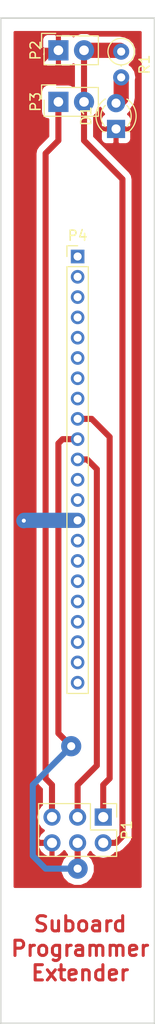
<source format=kicad_pcb>
(kicad_pcb (version 4) (host pcbnew 4.0.4-stable)

  (general
    (links 11)
    (no_connects 0)
    (area 128.194999 74.854999 143.585001 174.065001)
    (thickness 1.6)
    (drawings 5)
    (tracks 48)
    (zones 0)
    (modules 6)
    (nets 8)
  )

  (page A4)
  (layers
    (0 F.Cu signal)
    (31 B.Cu signal)
    (32 B.Adhes user)
    (33 F.Adhes user)
    (34 B.Paste user)
    (35 F.Paste user)
    (36 B.SilkS user)
    (37 F.SilkS user)
    (38 B.Mask user)
    (39 F.Mask user)
    (40 Dwgs.User user)
    (41 Cmts.User user)
    (42 Eco1.User user)
    (43 Eco2.User user)
    (44 Edge.Cuts user)
    (45 Margin user)
    (46 B.CrtYd user)
    (47 F.CrtYd user)
    (48 B.Fab user)
    (49 F.Fab user)
  )

  (setup
    (last_trace_width 1.5)
    (user_trace_width 0.6)
    (user_trace_width 1.5)
    (user_trace_width 1.8)
    (user_trace_width 2)
    (user_trace_width 2.5)
    (user_trace_width 2.8)
    (user_trace_width 3)
    (trace_clearance 0.2)
    (zone_clearance 0.6)
    (zone_45_only no)
    (trace_min 0.2)
    (segment_width 0.2)
    (edge_width 0.15)
    (via_size 0.6)
    (via_drill 0.4)
    (via_min_size 0.4)
    (via_min_drill 0.3)
    (user_via 1.5 0.8)
    (user_via 2 0.8)
    (uvia_size 0.3)
    (uvia_drill 0.1)
    (uvias_allowed no)
    (uvia_min_size 0.2)
    (uvia_min_drill 0.1)
    (pcb_text_width 0.3)
    (pcb_text_size 1.5 1.5)
    (mod_edge_width 0.15)
    (mod_text_size 1 1)
    (mod_text_width 0.15)
    (pad_size 1.524 1.524)
    (pad_drill 0.762)
    (pad_to_mask_clearance 0.2)
    (aux_axis_origin 0 0)
    (visible_elements 7FFFFFFF)
    (pcbplotparams
      (layerselection 0x00030_80000001)
      (usegerberextensions false)
      (excludeedgelayer true)
      (linewidth 0.100000)
      (plotframeref false)
      (viasonmask false)
      (mode 1)
      (useauxorigin false)
      (hpglpennumber 1)
      (hpglpenspeed 20)
      (hpglpendiameter 15)
      (hpglpenoverlay 2)
      (psnegative false)
      (psa4output false)
      (plotreference true)
      (plotvalue true)
      (plotinvisibletext false)
      (padsonsilk false)
      (subtractmaskfromsilk false)
      (outputformat 1)
      (mirror false)
      (drillshape 1)
      (scaleselection 1)
      (outputdirectory ""))
  )

  (net 0 "")
  (net 1 /MISO)
  (net 2 /SCK)
  (net 3 "Net-(P1-Pad5)")
  (net 4 /VCC)
  (net 5 /MOSI)
  (net 6 /GND)
  (net 7 "Net-(D1-Pad2)")

  (net_class Default "This is the default net class."
    (clearance 0.2)
    (trace_width 0.25)
    (via_dia 0.6)
    (via_drill 0.4)
    (uvia_dia 0.3)
    (uvia_drill 0.1)
    (add_net /GND)
    (add_net /MISO)
    (add_net /MOSI)
    (add_net /SCK)
    (add_net /VCC)
    (add_net "Net-(D1-Pad2)")
    (add_net "Net-(P1-Pad5)")
  )

  (module Connectors_Samtec:SDL-102-X-XX_2x01 (layer F.Cu) (tedit 590274CA) (tstamp 59326BAD)
    (at 133.985 78.105)
    (descr "Double row, low profile, screw machine socket strip, through hole, 100mil / 2.54mm pitch")
    (tags "samtec socket strip tht dual")
    (path /593263D4)
    (fp_text reference P2 (at -2.27 0 90) (layer F.SilkS)
      (effects (font (size 1 1) (thickness 0.15)))
    )
    (fp_text value CONN_01X02 (at 4.81 0 90) (layer F.Fab)
      (effects (font (size 1 1) (thickness 0.15)))
    )
    (fp_line (start -0.17 -1.42) (end 3.96 -1.42) (layer F.SilkS) (width 0.12))
    (fp_line (start 3.96 -1.42) (end 3.96 1.42) (layer F.SilkS) (width 0.12))
    (fp_line (start 3.96 1.42) (end -1.42 1.42) (layer F.SilkS) (width 0.12))
    (fp_line (start -1.42 1.42) (end -1.42 -0.17) (layer F.SilkS) (width 0.12))
    (fp_line (start -0.27 -1.67) (end -1.67 -1.67) (layer F.SilkS) (width 0.12))
    (fp_line (start -1.67 -1.67) (end -1.67 -0.27) (layer F.SilkS) (width 0.12))
    (fp_line (start -0.27 -1.67) (end -1.67 -1.67) (layer F.Fab) (width 0.1))
    (fp_line (start -1.67 -1.67) (end -1.67 -0.27) (layer F.Fab) (width 0.1))
    (fp_line (start -1.27 -1.27) (end -1.27 1.27) (layer F.Fab) (width 0.1))
    (fp_line (start -1.27 1.27) (end 3.81 1.27) (layer F.Fab) (width 0.1))
    (fp_line (start 3.81 1.27) (end 3.81 -1.27) (layer F.Fab) (width 0.1))
    (fp_line (start 3.81 -1.27) (end -1.27 -1.27) (layer F.Fab) (width 0.1))
    (fp_line (start -1.77 -1.77) (end -1.77 1.77) (layer F.CrtYd) (width 0.05))
    (fp_line (start -1.77 1.77) (end 4.31 1.77) (layer F.CrtYd) (width 0.05))
    (fp_line (start 4.31 1.77) (end 4.31 -1.77) (layer F.CrtYd) (width 0.05))
    (fp_line (start 4.31 -1.77) (end -1.77 -1.77) (layer F.CrtYd) (width 0.05))
    (fp_line (start -1.27 1.27) (end -1.07 1.27) (layer F.Fab) (width 0.1))
    (fp_line (start 3.81 1.27) (end 3.61 1.27) (layer F.Fab) (width 0.1))
    (fp_text user %R (at 1.27 0 90) (layer F.Fab)
      (effects (font (size 1 1) (thickness 0.15)))
    )
    (pad 1 thru_hole rect (at 0 0) (size 2 2) (drill 0.95) (layers *.Cu *.Mask)
      (net 6 /GND))
    (pad 2 thru_hole circle (at 2.54 0) (size 2 2) (drill 0.95) (layers *.Cu *.Mask)
      (net 4 /VCC))
    (model ${KISYS3DMOD}/Connectors_Samtec.3dshapes/SDL-102-X-XX_2x01.wrl
      (at (xyz 0 0 0))
      (scale (xyz 1 1 1))
      (rotate (xyz 0 0 0))
    )
  )

  (module Connectors_Samtec:SDL-102-X-XX_2x01 (layer F.Cu) (tedit 590274CA) (tstamp 59326BC6)
    (at 133.985 83.185)
    (descr "Double row, low profile, screw machine socket strip, through hole, 100mil / 2.54mm pitch")
    (tags "samtec socket strip tht dual")
    (path /59326771)
    (fp_text reference P3 (at -2.27 0 90) (layer F.SilkS)
      (effects (font (size 1 1) (thickness 0.15)))
    )
    (fp_text value CONN_01X02 (at 4.81 0 90) (layer F.Fab)
      (effects (font (size 1 1) (thickness 0.15)))
    )
    (fp_line (start -0.17 -1.42) (end 3.96 -1.42) (layer F.SilkS) (width 0.12))
    (fp_line (start 3.96 -1.42) (end 3.96 1.42) (layer F.SilkS) (width 0.12))
    (fp_line (start 3.96 1.42) (end -1.42 1.42) (layer F.SilkS) (width 0.12))
    (fp_line (start -1.42 1.42) (end -1.42 -0.17) (layer F.SilkS) (width 0.12))
    (fp_line (start -0.27 -1.67) (end -1.67 -1.67) (layer F.SilkS) (width 0.12))
    (fp_line (start -1.67 -1.67) (end -1.67 -0.27) (layer F.SilkS) (width 0.12))
    (fp_line (start -0.27 -1.67) (end -1.67 -1.67) (layer F.Fab) (width 0.1))
    (fp_line (start -1.67 -1.67) (end -1.67 -0.27) (layer F.Fab) (width 0.1))
    (fp_line (start -1.27 -1.27) (end -1.27 1.27) (layer F.Fab) (width 0.1))
    (fp_line (start -1.27 1.27) (end 3.81 1.27) (layer F.Fab) (width 0.1))
    (fp_line (start 3.81 1.27) (end 3.81 -1.27) (layer F.Fab) (width 0.1))
    (fp_line (start 3.81 -1.27) (end -1.27 -1.27) (layer F.Fab) (width 0.1))
    (fp_line (start -1.77 -1.77) (end -1.77 1.77) (layer F.CrtYd) (width 0.05))
    (fp_line (start -1.77 1.77) (end 4.31 1.77) (layer F.CrtYd) (width 0.05))
    (fp_line (start 4.31 1.77) (end 4.31 -1.77) (layer F.CrtYd) (width 0.05))
    (fp_line (start 4.31 -1.77) (end -1.77 -1.77) (layer F.CrtYd) (width 0.05))
    (fp_line (start -1.27 1.27) (end -1.07 1.27) (layer F.Fab) (width 0.1))
    (fp_line (start 3.81 1.27) (end 3.61 1.27) (layer F.Fab) (width 0.1))
    (fp_text user %R (at 1.27 0 90) (layer F.Fab)
      (effects (font (size 1 1) (thickness 0.15)))
    )
    (pad 1 thru_hole rect (at 0 0) (size 2 2) (drill 0.95) (layers *.Cu *.Mask)
      (net 3 "Net-(P1-Pad5)"))
    (pad 2 thru_hole circle (at 2.54 0) (size 2 2) (drill 0.95) (layers *.Cu *.Mask)
      (net 4 /VCC))
    (model ${KISYS3DMOD}/Connectors_Samtec.3dshapes/SDL-102-X-XX_2x01.wrl
      (at (xyz 0 0 0))
      (scale (xyz 1 1 1))
      (rotate (xyz 0 0 0))
    )
  )

  (module LEDs:LED_D3.0mm (layer F.Cu) (tedit 587A3A7B) (tstamp 5932914C)
    (at 139.7 85.852 90)
    (descr "LED, diameter 3.0mm, 2 pins")
    (tags "LED diameter 3.0mm 2 pins")
    (path /5932907E)
    (fp_text reference D1 (at 1.27 -2.96 90) (layer F.SilkS)
      (effects (font (size 1 1) (thickness 0.15)))
    )
    (fp_text value LED (at 1.27 2.96 90) (layer F.Fab)
      (effects (font (size 1 1) (thickness 0.15)))
    )
    (fp_arc (start 1.27 0) (end -0.23 -1.16619) (angle 284.3) (layer F.Fab) (width 0.1))
    (fp_arc (start 1.27 0) (end -0.29 -1.235516) (angle 108.8) (layer F.SilkS) (width 0.12))
    (fp_arc (start 1.27 0) (end -0.29 1.235516) (angle -108.8) (layer F.SilkS) (width 0.12))
    (fp_arc (start 1.27 0) (end 0.229039 -1.08) (angle 87.9) (layer F.SilkS) (width 0.12))
    (fp_arc (start 1.27 0) (end 0.229039 1.08) (angle -87.9) (layer F.SilkS) (width 0.12))
    (fp_circle (center 1.27 0) (end 2.77 0) (layer F.Fab) (width 0.1))
    (fp_line (start -0.23 -1.16619) (end -0.23 1.16619) (layer F.Fab) (width 0.1))
    (fp_line (start -0.29 -1.236) (end -0.29 -1.08) (layer F.SilkS) (width 0.12))
    (fp_line (start -0.29 1.08) (end -0.29 1.236) (layer F.SilkS) (width 0.12))
    (fp_line (start -1.15 -2.25) (end -1.15 2.25) (layer F.CrtYd) (width 0.05))
    (fp_line (start -1.15 2.25) (end 3.7 2.25) (layer F.CrtYd) (width 0.05))
    (fp_line (start 3.7 2.25) (end 3.7 -2.25) (layer F.CrtYd) (width 0.05))
    (fp_line (start 3.7 -2.25) (end -1.15 -2.25) (layer F.CrtYd) (width 0.05))
    (pad 1 thru_hole rect (at 0 0 90) (size 1.8 1.8) (drill 0.9) (layers *.Cu *.Mask)
      (net 6 /GND))
    (pad 2 thru_hole circle (at 2.54 0 90) (size 1.8 1.8) (drill 0.9) (layers *.Cu *.Mask)
      (net 7 "Net-(D1-Pad2)"))
    (model LEDs.3dshapes/LED_D3.0mm.wrl
      (at (xyz 0 0 0))
      (scale (xyz 0.393701 0.393701 0.393701))
      (rotate (xyz 0 0 0))
    )
  )

  (module Resistors_ThroughHole:R_Axial_DIN0207_L6.3mm_D2.5mm_P2.54mm_Vertical (layer F.Cu) (tedit 5874F706) (tstamp 59329253)
    (at 140.208 78.232 270)
    (descr "Resistor, Axial_DIN0207 series, Axial, Vertical, pin pitch=2.54mm, 0.25W = 1/4W, length*diameter=6.3*2.5mm^2, http://cdn-reichelt.de/documents/datenblatt/B400/1_4W%23YAG.pdf")
    (tags "Resistor Axial_DIN0207 series Axial Vertical pin pitch 2.54mm 0.25W = 1/4W length 6.3mm diameter 2.5mm")
    (path /59329110)
    (fp_text reference R1 (at 1.27 -2.31 270) (layer F.SilkS)
      (effects (font (size 1 1) (thickness 0.15)))
    )
    (fp_text value R (at 1.27 2.31 270) (layer F.Fab)
      (effects (font (size 1 1) (thickness 0.15)))
    )
    (fp_circle (center 0 0) (end 1.25 0) (layer F.Fab) (width 0.1))
    (fp_circle (center 0 0) (end 1.31 0) (layer F.SilkS) (width 0.12))
    (fp_line (start 0 0) (end 2.54 0) (layer F.Fab) (width 0.1))
    (fp_line (start 1.31 0) (end 1.44 0) (layer F.SilkS) (width 0.12))
    (fp_line (start -1.6 -1.6) (end -1.6 1.6) (layer F.CrtYd) (width 0.05))
    (fp_line (start -1.6 1.6) (end 3.65 1.6) (layer F.CrtYd) (width 0.05))
    (fp_line (start 3.65 1.6) (end 3.65 -1.6) (layer F.CrtYd) (width 0.05))
    (fp_line (start 3.65 -1.6) (end -1.6 -1.6) (layer F.CrtYd) (width 0.05))
    (pad 1 thru_hole circle (at 0 0 270) (size 1.6 1.6) (drill 0.8) (layers *.Cu *.Mask)
      (net 4 /VCC))
    (pad 2 thru_hole oval (at 2.54 0 270) (size 1.6 1.6) (drill 0.8) (layers *.Cu *.Mask)
      (net 7 "Net-(D1-Pad2)"))
    (model Resistors_THT.3dshapes/R_Axial_DIN0207_L6.3mm_D2.5mm_P2.54mm_Vertical.wrl
      (at (xyz 0 0 0))
      (scale (xyz 0.393701 0.393701 0.393701))
      (rotate (xyz 0 0 0))
    )
  )

  (module Pin_Headers:Pin_Header_Straight_2x03_Pitch2.54mm (layer F.Cu) (tedit 59650532) (tstamp 59326B94)
    (at 138.43 153.67 270)
    (descr "Through hole straight pin header, 2x03, 2.54mm pitch, double rows")
    (tags "Through hole pin header THT 2x03 2.54mm double row")
    (path /593266AA)
    (fp_text reference P1 (at 1.27 -2.33 270) (layer F.SilkS)
      (effects (font (size 1 1) (thickness 0.15)))
    )
    (fp_text value CONN_01X06 (at 1.27 7.41 270) (layer F.Fab)
      (effects (font (size 1 1) (thickness 0.15)))
    )
    (fp_line (start 0 -1.27) (end 3.81 -1.27) (layer F.Fab) (width 0.1))
    (fp_line (start 3.81 -1.27) (end 3.81 6.35) (layer F.Fab) (width 0.1))
    (fp_line (start 3.81 6.35) (end -1.27 6.35) (layer F.Fab) (width 0.1))
    (fp_line (start -1.27 6.35) (end -1.27 0) (layer F.Fab) (width 0.1))
    (fp_line (start -1.27 0) (end 0 -1.27) (layer F.Fab) (width 0.1))
    (fp_line (start -1.33 6.41) (end 3.87 6.41) (layer F.SilkS) (width 0.12))
    (fp_line (start -1.33 1.27) (end -1.33 6.41) (layer F.SilkS) (width 0.12))
    (fp_line (start 3.87 -1.33) (end 3.87 6.41) (layer F.SilkS) (width 0.12))
    (fp_line (start -1.33 1.27) (end 1.27 1.27) (layer F.SilkS) (width 0.12))
    (fp_line (start 1.27 1.27) (end 1.27 -1.33) (layer F.SilkS) (width 0.12))
    (fp_line (start 1.27 -1.33) (end 3.87 -1.33) (layer F.SilkS) (width 0.12))
    (fp_line (start -1.33 0) (end -1.33 -1.33) (layer F.SilkS) (width 0.12))
    (fp_line (start -1.33 -1.33) (end 0 -1.33) (layer F.SilkS) (width 0.12))
    (fp_line (start -1.8 -1.8) (end -1.8 6.85) (layer F.CrtYd) (width 0.05))
    (fp_line (start -1.8 6.85) (end 4.35 6.85) (layer F.CrtYd) (width 0.05))
    (fp_line (start 4.35 6.85) (end 4.35 -1.8) (layer F.CrtYd) (width 0.05))
    (fp_line (start 4.35 -1.8) (end -1.8 -1.8) (layer F.CrtYd) (width 0.05))
    (fp_text user %R (at 1.27 2.54 360) (layer F.Fab)
      (effects (font (size 1 1) (thickness 0.15)))
    )
    (pad 1 thru_hole rect (at 0 0 270) (size 1.7 1.7) (drill 1) (layers *.Cu *.Mask)
      (net 1 /MISO))
    (pad 2 thru_hole oval (at 2.54 0 270) (size 1.7 1.7) (drill 1) (layers *.Cu *.Mask)
      (net 4 /VCC))
    (pad 3 thru_hole oval (at 0 2.54 270) (size 1.7 1.7) (drill 1) (layers *.Cu *.Mask)
      (net 2 /SCK))
    (pad 4 thru_hole oval (at 2.54 2.54 270) (size 1.7 1.7) (drill 1) (layers *.Cu *.Mask)
      (net 5 /MOSI))
    (pad 5 thru_hole oval (at 0 5.08 270) (size 1.7 1.7) (drill 1) (layers *.Cu *.Mask)
      (net 3 "Net-(P1-Pad5)"))
    (pad 6 thru_hole oval (at 2.54 5.08 270) (size 1.7 1.7) (drill 1) (layers *.Cu *.Mask)
      (net 6 /GND))
    (model ${KISYS3DMOD}/Pin_Headers.3dshapes/Pin_Header_Straight_2x03_Pitch2.54mm.wrl
      (at (xyz 0 0 0))
      (scale (xyz 1 1 1))
      (rotate (xyz 0 0 0))
    )
  )

  (module Pin_Headers:Pin_Header_Straight_1x22_Pitch2.00mm (layer F.Cu) (tedit 59650534) (tstamp 5A971291)
    (at 135.89 98.425)
    (descr "Through hole straight pin header, 1x22, 2.00mm pitch, single row")
    (tags "Through hole pin header THT 1x22 2.00mm single row")
    (path /59326527)
    (fp_text reference P4 (at 0 -2.06) (layer F.SilkS)
      (effects (font (size 1 1) (thickness 0.15)))
    )
    (fp_text value CONN_01X23 (at 0 44.06) (layer F.Fab)
      (effects (font (size 1 1) (thickness 0.15)))
    )
    (fp_line (start -0.5 -1) (end 1 -1) (layer F.Fab) (width 0.1))
    (fp_line (start 1 -1) (end 1 43) (layer F.Fab) (width 0.1))
    (fp_line (start 1 43) (end -1 43) (layer F.Fab) (width 0.1))
    (fp_line (start -1 43) (end -1 -0.5) (layer F.Fab) (width 0.1))
    (fp_line (start -1 -0.5) (end -0.5 -1) (layer F.Fab) (width 0.1))
    (fp_line (start -1.06 43.06) (end 1.06 43.06) (layer F.SilkS) (width 0.12))
    (fp_line (start -1.06 1) (end -1.06 43.06) (layer F.SilkS) (width 0.12))
    (fp_line (start 1.06 1) (end 1.06 43.06) (layer F.SilkS) (width 0.12))
    (fp_line (start -1.06 1) (end 1.06 1) (layer F.SilkS) (width 0.12))
    (fp_line (start -1.06 0) (end -1.06 -1.06) (layer F.SilkS) (width 0.12))
    (fp_line (start -1.06 -1.06) (end 0 -1.06) (layer F.SilkS) (width 0.12))
    (fp_line (start -1.5 -1.5) (end -1.5 43.5) (layer F.CrtYd) (width 0.05))
    (fp_line (start -1.5 43.5) (end 1.5 43.5) (layer F.CrtYd) (width 0.05))
    (fp_line (start 1.5 43.5) (end 1.5 -1.5) (layer F.CrtYd) (width 0.05))
    (fp_line (start 1.5 -1.5) (end -1.5 -1.5) (layer F.CrtYd) (width 0.05))
    (fp_text user %R (at 0 21 90) (layer F.Fab)
      (effects (font (size 1 1) (thickness 0.15)))
    )
    (pad 1 thru_hole rect (at 0 0) (size 1.35 1.35) (drill 0.8) (layers *.Cu *.Mask))
    (pad 2 thru_hole oval (at 0 2) (size 1.35 1.35) (drill 0.8) (layers *.Cu *.Mask))
    (pad 3 thru_hole oval (at 0 4) (size 1.35 1.35) (drill 0.8) (layers *.Cu *.Mask))
    (pad 4 thru_hole oval (at 0 6) (size 1.35 1.35) (drill 0.8) (layers *.Cu *.Mask))
    (pad 5 thru_hole oval (at 0 8) (size 1.35 1.35) (drill 0.8) (layers *.Cu *.Mask))
    (pad 6 thru_hole oval (at 0 10) (size 1.35 1.35) (drill 0.8) (layers *.Cu *.Mask))
    (pad 7 thru_hole oval (at 0 12) (size 1.35 1.35) (drill 0.8) (layers *.Cu *.Mask))
    (pad 8 thru_hole oval (at 0 14) (size 1.35 1.35) (drill 0.8) (layers *.Cu *.Mask))
    (pad 9 thru_hole oval (at 0 16) (size 1.35 1.35) (drill 0.8) (layers *.Cu *.Mask)
      (net 1 /MISO))
    (pad 10 thru_hole oval (at 0 18) (size 1.35 1.35) (drill 0.8) (layers *.Cu *.Mask)
      (net 5 /MOSI))
    (pad 11 thru_hole oval (at 0 20) (size 1.35 1.35) (drill 0.8) (layers *.Cu *.Mask)
      (net 2 /SCK))
    (pad 12 thru_hole oval (at 0 22) (size 1.35 1.35) (drill 0.8) (layers *.Cu *.Mask))
    (pad 13 thru_hole oval (at 0 24) (size 1.35 1.35) (drill 0.8) (layers *.Cu *.Mask))
    (pad 14 thru_hole oval (at 0 26) (size 1.35 1.35) (drill 0.8) (layers *.Cu *.Mask)
      (net 6 /GND))
    (pad 15 thru_hole oval (at 0 28) (size 1.35 1.35) (drill 0.8) (layers *.Cu *.Mask))
    (pad 16 thru_hole oval (at 0 30) (size 1.35 1.35) (drill 0.8) (layers *.Cu *.Mask))
    (pad 17 thru_hole oval (at 0 32) (size 1.35 1.35) (drill 0.8) (layers *.Cu *.Mask))
    (pad 18 thru_hole oval (at 0 34) (size 1.35 1.35) (drill 0.8) (layers *.Cu *.Mask))
    (pad 19 thru_hole oval (at 0 36) (size 1.35 1.35) (drill 0.8) (layers *.Cu *.Mask))
    (pad 20 thru_hole oval (at 0 38) (size 1.35 1.35) (drill 0.8) (layers *.Cu *.Mask))
    (pad 21 thru_hole oval (at 0 40) (size 1.35 1.35) (drill 0.8) (layers *.Cu *.Mask))
    (pad 22 thru_hole oval (at 0 42) (size 1.35 1.35) (drill 0.8) (layers *.Cu *.Mask))
    (model ${KISYS3DMOD}/Pin_Headers.3dshapes/Pin_Header_Straight_1x22_Pitch2.00mm.wrl
      (at (xyz 0 0 0))
      (scale (xyz 1 1 1))
      (rotate (xyz 0 0 0))
    )
  )

  (gr_text "Suboard\nProgrammer\nExtender" (at 136.144 166.624) (layer F.Cu)
    (effects (font (size 1.5 1.5) (thickness 0.3)))
  )
  (gr_line (start 128.27 74.93) (end 143.51 74.93) (angle 90) (layer Edge.Cuts) (width 0.15))
  (gr_line (start 128.27 173.99) (end 128.27 74.93) (angle 90) (layer Edge.Cuts) (width 0.15))
  (gr_line (start 143.51 173.99) (end 143.51 74.93) (angle 90) (layer Edge.Cuts) (width 0.15))
  (gr_line (start 128.27 173.99) (end 143.51 173.99) (angle 90) (layer Edge.Cuts) (width 0.15))

  (segment (start 135.89 114.425) (end 137.285 114.425) (width 0.6) (layer F.Cu) (net 1))
  (segment (start 138.43 150.495) (end 138.43 153.67) (width 0.6) (layer F.Cu) (net 1) (tstamp 59328730))
  (segment (start 139.065 149.86) (end 138.43 150.495) (width 0.6) (layer F.Cu) (net 1) (tstamp 5932872F))
  (segment (start 139.065 116.205) (end 139.065 149.86) (width 0.6) (layer F.Cu) (net 1) (tstamp 5932872E))
  (segment (start 137.285 114.425) (end 139.065 116.205) (width 0.6) (layer F.Cu) (net 1) (tstamp 5932872D))
  (segment (start 135.89 118.425) (end 136.84 118.425) (width 0.6) (layer F.Cu) (net 2))
  (segment (start 135.89 150.495) (end 135.89 153.67) (width 0.6) (layer F.Cu) (net 2) (tstamp 59328728))
  (segment (start 137.795 148.59) (end 135.89 150.495) (width 0.6) (layer F.Cu) (net 2) (tstamp 59328727))
  (segment (start 137.795 119.38) (end 137.795 148.59) (width 0.6) (layer F.Cu) (net 2) (tstamp 59328726))
  (segment (start 136.84 118.425) (end 137.795 119.38) (width 0.6) (layer F.Cu) (net 2) (tstamp 59328725))
  (segment (start 133.985 83.185) (end 133.985 86.995) (width 0.6) (layer F.Cu) (net 3))
  (segment (start 133.35 150.495) (end 133.35 153.67) (width 0.6) (layer F.Cu) (net 3) (tstamp 59328766))
  (segment (start 132.715 149.86) (end 133.35 150.495) (width 0.6) (layer F.Cu) (net 3) (tstamp 59328765))
  (segment (start 132.715 88.265) (end 132.715 149.86) (width 0.6) (layer F.Cu) (net 3) (tstamp 59328764))
  (segment (start 133.985 86.995) (end 132.715 88.265) (width 0.6) (layer F.Cu) (net 3) (tstamp 59328763))
  (segment (start 136.525 78.105) (end 140.081 78.105) (width 1.5) (layer F.Cu) (net 4))
  (segment (start 140.081 78.105) (end 140.208 78.232) (width 1.5) (layer F.Cu) (net 4) (tstamp 5A96F552))
  (segment (start 136.525 83.185) (end 137.16 83.185) (width 0.6) (layer F.Cu) (net 4))
  (segment (start 136.525 83.185) (end 136.525 86.995) (width 0.6) (layer F.Cu) (net 4))
  (segment (start 139.7 156.21) (end 138.43 156.21) (width 0.6) (layer F.Cu) (net 4) (tstamp 5932875F))
  (segment (start 140.335 155.575) (end 139.7 156.21) (width 0.6) (layer F.Cu) (net 4) (tstamp 5932875E))
  (segment (start 140.335 90.805) (end 140.335 155.575) (width 0.6) (layer F.Cu) (net 4) (tstamp 5932875C))
  (segment (start 136.525 86.995) (end 140.335 90.805) (width 0.6) (layer F.Cu) (net 4) (tstamp 5932875B))
  (segment (start 136.525 78.105) (end 136.525 83.185) (width 0.6) (layer F.Cu) (net 4))
  (segment (start 136.525 83.185) (end 136.525 83.5025) (width 0.25) (layer F.Cu) (net 4) (status 30))
  (segment (start 135.89 116.425) (end 134.4 116.425) (width 0.6) (layer F.Cu) (net 5))
  (segment (start 134.4 116.425) (end 133.985 116.84) (width 0.6) (layer F.Cu) (net 5) (tstamp 5932874B))
  (segment (start 133.985 116.84) (end 133.985 145.415) (width 0.6) (layer F.Cu) (net 5) (tstamp 5932874C))
  (segment (start 133.985 145.415) (end 135.255 146.685) (width 0.6) (layer F.Cu) (net 5) (tstamp 5932874D))
  (via (at 135.255 146.685) (size 2) (drill 0.8) (layers F.Cu B.Cu) (net 5))
  (segment (start 135.255 146.685) (end 131.445 150.495) (width 0.6) (layer B.Cu) (net 5) (tstamp 59328750))
  (segment (start 131.445 150.495) (end 131.445 157.48) (width 0.6) (layer B.Cu) (net 5) (tstamp 59328751))
  (segment (start 131.445 157.48) (end 132.715 158.75) (width 0.6) (layer B.Cu) (net 5) (tstamp 59328753))
  (segment (start 132.715 158.75) (end 135.89 158.75) (width 0.6) (layer B.Cu) (net 5) (tstamp 59328754))
  (via (at 135.89 158.75) (size 2) (drill 0.8) (layers F.Cu B.Cu) (net 5))
  (segment (start 135.89 158.75) (end 135.89 156.21) (width 0.6) (layer F.Cu) (net 5) (tstamp 59328757))
  (segment (start 135.89 124.425) (end 130.591 124.425) (width 1.5) (layer B.Cu) (net 6))
  (via (at 130.556 124.46) (size 0.6) (drill 0.4) (layers F.Cu B.Cu) (net 6))
  (segment (start 130.591 124.425) (end 130.556 124.46) (width 1.5) (layer B.Cu) (net 6) (tstamp 5A9712E5))
  (segment (start 139.7 85.725) (end 140.335 85.725) (width 0.6) (layer F.Cu) (net 6) (tstamp 59329273))
  (segment (start 131.445 133.985) (end 131.445 155.575) (width 0.6) (layer F.Cu) (net 6))
  (segment (start 132.08 156.21) (end 133.35 156.21) (width 0.6) (layer F.Cu) (net 6) (tstamp 5932876C))
  (segment (start 131.445 155.575) (end 132.08 156.21) (width 0.6) (layer F.Cu) (net 6) (tstamp 5932876B))
  (segment (start 133.985 78.105) (end 133.35 78.105) (width 0.6) (layer F.Cu) (net 6))
  (segment (start 133.35 78.105) (end 131.445 80.01) (width 0.6) (layer F.Cu) (net 6) (tstamp 593272CC))
  (segment (start 131.445 80.01) (end 131.445 133.985) (width 0.6) (layer F.Cu) (net 6) (tstamp 593272D6))
  (segment (start 140.208 80.772) (end 140.208 82.804) (width 1.5) (layer F.Cu) (net 7))
  (segment (start 140.208 82.804) (end 139.7 83.312) (width 1.5) (layer F.Cu) (net 7) (tstamp 5A96F568))

  (zone (net 6) (net_name /GND) (layer F.Cu) (tstamp 59328BA5) (hatch edge 0.508)
    (connect_pads (clearance 0.6))
    (min_thickness 0.254)
    (fill yes (arc_segments 16) (thermal_gap 0.508) (thermal_bridge_width 0.508))
    (polygon
      (pts
        (xy 142.24 160.655) (xy 129.54 160.655) (xy 129.54 76.2) (xy 142.24 76.2)
      )
    )
    (filled_polygon
      (pts
        (xy 142.113 160.528) (xy 129.667 160.528) (xy 129.667 156.566892) (xy 131.908514 156.566892) (xy 132.154817 157.091358)
        (xy 132.583076 157.481645) (xy 132.99311 157.651476) (xy 133.223 157.530155) (xy 133.223 156.337) (xy 132.029181 156.337)
        (xy 131.908514 156.566892) (xy 129.667 156.566892) (xy 129.667 88.265) (xy 131.688 88.265) (xy 131.688 149.86)
        (xy 131.766176 150.253016) (xy 131.988801 150.586199) (xy 132.323 150.920397) (xy 132.323 152.465127) (xy 132.234893 152.523998)
        (xy 131.893042 153.035613) (xy 131.773 153.639105) (xy 131.773 153.700895) (xy 131.893042 154.304387) (xy 132.234893 154.816002)
        (xy 132.513247 155.001993) (xy 132.154817 155.328642) (xy 131.908514 155.853108) (xy 132.029181 156.083) (xy 133.223 156.083)
        (xy 133.223 156.063) (xy 133.477 156.063) (xy 133.477 156.083) (xy 133.497 156.083) (xy 133.497 156.337)
        (xy 133.477 156.337) (xy 133.477 157.530155) (xy 133.70689 157.651476) (xy 134.116924 157.481645) (xy 134.545183 157.091358)
        (xy 134.567009 157.044882) (xy 134.774893 157.356002) (xy 134.815064 157.382843) (xy 134.426774 157.770456) (xy 134.1633 158.404971)
        (xy 134.162701 159.092014) (xy 134.425067 159.726989) (xy 134.910456 160.213226) (xy 135.544971 160.4767) (xy 136.232014 160.477299)
        (xy 136.866989 160.214933) (xy 137.353226 159.729544) (xy 137.6167 159.095029) (xy 137.617299 158.407986) (xy 137.354933 157.773011)
        (xy 136.965242 157.382639) (xy 137.005107 157.356002) (xy 137.16 157.124189) (xy 137.314893 157.356002) (xy 137.826508 157.697853)
        (xy 138.43 157.817895) (xy 139.033492 157.697853) (xy 139.545107 157.356002) (xy 139.624622 157.237) (xy 139.7 157.237)
        (xy 140.093016 157.158824) (xy 140.426199 156.936199) (xy 141.061196 156.301201) (xy 141.061199 156.301199) (xy 141.283824 155.968016)
        (xy 141.313866 155.816984) (xy 141.362001 155.575) (xy 141.362 155.574995) (xy 141.362 90.805005) (xy 141.362001 90.805)
        (xy 141.283824 90.411985) (xy 141.283824 90.411984) (xy 141.061199 90.078801) (xy 141.061196 90.078799) (xy 137.552 86.569602)
        (xy 137.552 86.13775) (xy 138.165 86.13775) (xy 138.165 86.878309) (xy 138.261673 87.111698) (xy 138.440301 87.290327)
        (xy 138.67369 87.387) (xy 139.41425 87.387) (xy 139.573 87.22825) (xy 139.573 85.979) (xy 139.827 85.979)
        (xy 139.827 87.22825) (xy 139.98575 87.387) (xy 140.72631 87.387) (xy 140.959699 87.290327) (xy 141.138327 87.111698)
        (xy 141.235 86.878309) (xy 141.235 86.13775) (xy 141.07625 85.979) (xy 139.827 85.979) (xy 139.573 85.979)
        (xy 138.32375 85.979) (xy 138.165 86.13775) (xy 137.552 86.13775) (xy 137.552 84.600009) (xy 137.988226 84.164544)
        (xy 138.140411 83.798041) (xy 138.319892 84.232418) (xy 138.483124 84.395935) (xy 138.440301 84.413673) (xy 138.261673 84.592302)
        (xy 138.165 84.825691) (xy 138.165 85.56625) (xy 138.32375 85.725) (xy 139.573 85.725) (xy 139.573 85.705)
        (xy 139.827 85.705) (xy 139.827 85.725) (xy 141.07625 85.725) (xy 141.235 85.56625) (xy 141.235 84.825691)
        (xy 141.138327 84.592302) (xy 140.959699 84.413673) (xy 140.91704 84.396003) (xy 141.078499 84.234825) (xy 141.229416 83.871377)
        (xy 141.252394 83.848399) (xy 141.252397 83.848397) (xy 141.57257 83.369223) (xy 141.685 82.804) (xy 141.685 81.053283)
        (xy 141.735 80.801916) (xy 141.735 80.742084) (xy 141.618764 80.157726) (xy 141.287752 79.662332) (xy 141.077376 79.521763)
        (xy 141.501773 79.098106) (xy 141.734735 78.537072) (xy 141.735265 77.929593) (xy 141.503283 77.368154) (xy 141.074106 76.938227)
        (xy 140.725786 76.793592) (xy 140.646224 76.74043) (xy 140.553194 76.721925) (xy 140.513072 76.705265) (xy 140.469245 76.705227)
        (xy 140.081 76.628) (xy 137.471373 76.628) (xy 136.870029 76.3783) (xy 136.182986 76.377701) (xy 135.548011 76.640067)
        (xy 135.482995 76.704969) (xy 135.344698 76.566673) (xy 135.111309 76.47) (xy 134.27075 76.47) (xy 134.112 76.62875)
        (xy 134.112 77.978) (xy 134.132 77.978) (xy 134.132 78.232) (xy 134.112 78.232) (xy 134.112 79.58125)
        (xy 134.27075 79.74) (xy 135.111309 79.74) (xy 135.344698 79.643327) (xy 135.482683 79.505343) (xy 135.498 79.520687)
        (xy 135.498 81.655631) (xy 135.273385 81.502157) (xy 134.985 81.443758) (xy 132.985 81.443758) (xy 132.71559 81.494451)
        (xy 132.468154 81.653672) (xy 132.302157 81.896615) (xy 132.243758 82.185) (xy 132.243758 84.185) (xy 132.294451 84.45441)
        (xy 132.453672 84.701846) (xy 132.696615 84.867843) (xy 132.958 84.920774) (xy 132.958 86.569602) (xy 131.988801 87.538801)
        (xy 131.766176 87.871984) (xy 131.688 88.265) (xy 129.667 88.265) (xy 129.667 78.39075) (xy 132.35 78.39075)
        (xy 132.35 79.23131) (xy 132.446673 79.464699) (xy 132.625302 79.643327) (xy 132.858691 79.74) (xy 133.69925 79.74)
        (xy 133.858 79.58125) (xy 133.858 78.232) (xy 132.50875 78.232) (xy 132.35 78.39075) (xy 129.667 78.39075)
        (xy 129.667 76.97869) (xy 132.35 76.97869) (xy 132.35 77.81925) (xy 132.50875 77.978) (xy 133.858 77.978)
        (xy 133.858 76.62875) (xy 133.69925 76.47) (xy 132.858691 76.47) (xy 132.625302 76.566673) (xy 132.446673 76.745301)
        (xy 132.35 76.97869) (xy 129.667 76.97869) (xy 129.667 76.327) (xy 142.113 76.327)
      )
    )
    (filled_polygon
      (pts
        (xy 136.017 124.298) (xy 136.037 124.298) (xy 136.037 124.552) (xy 136.017 124.552) (xy 136.017 124.572)
        (xy 135.763 124.572) (xy 135.763 124.552) (xy 135.743 124.552) (xy 135.743 124.298) (xy 135.763 124.298)
        (xy 135.763 124.278) (xy 136.017 124.278)
      )
    )
  )
)

</source>
